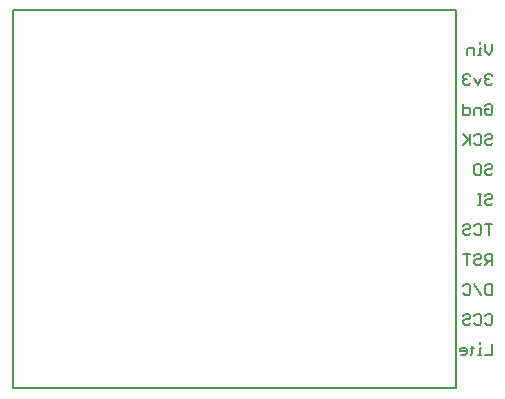
<source format=gbr>
G04 EAGLE Gerber RS-274X export*
G75*
%MOMM*%
%FSLAX34Y34*%
%LPD*%
%INSilkscreen Bottom*%
%IPPOS*%
%AMOC8*
5,1,8,0,0,1.08239X$1,22.5*%
G01*
%ADD10C,0.127000*%
%ADD11C,0.203200*%


D10*
X413385Y296553D02*
X413385Y290621D01*
X410419Y287655D01*
X407453Y290621D01*
X407453Y296553D01*
X404030Y293587D02*
X402547Y293587D01*
X402547Y287655D01*
X404030Y287655D02*
X401064Y287655D01*
X402547Y296553D02*
X402547Y298036D01*
X397793Y293587D02*
X397793Y287655D01*
X397793Y293587D02*
X393344Y293587D01*
X391861Y292104D01*
X391861Y287655D01*
X411902Y271153D02*
X413385Y269670D01*
X411902Y271153D02*
X408936Y271153D01*
X407453Y269670D01*
X407453Y268187D01*
X408936Y266704D01*
X410419Y266704D01*
X408936Y266704D02*
X407453Y265221D01*
X407453Y263738D01*
X408936Y262255D01*
X411902Y262255D01*
X413385Y263738D01*
X404030Y268187D02*
X401064Y262255D01*
X398098Y268187D01*
X394675Y269670D02*
X393192Y271153D01*
X390226Y271153D01*
X388743Y269670D01*
X388743Y268187D01*
X390226Y266704D01*
X391709Y266704D01*
X390226Y266704D02*
X388743Y265221D01*
X388743Y263738D01*
X390226Y262255D01*
X393192Y262255D01*
X394675Y263738D01*
X408936Y245753D02*
X407453Y244270D01*
X408936Y245753D02*
X411902Y245753D01*
X413385Y244270D01*
X413385Y238338D01*
X411902Y236855D01*
X408936Y236855D01*
X407453Y238338D01*
X407453Y241304D01*
X410419Y241304D01*
X404030Y242787D02*
X404030Y236855D01*
X404030Y242787D02*
X399581Y242787D01*
X398098Y241304D01*
X398098Y236855D01*
X388743Y236855D02*
X388743Y245753D01*
X388743Y236855D02*
X393192Y236855D01*
X394675Y238338D01*
X394675Y241304D01*
X393192Y242787D01*
X388743Y242787D01*
X408936Y220353D02*
X407453Y218870D01*
X408936Y220353D02*
X411902Y220353D01*
X413385Y218870D01*
X413385Y217387D01*
X411902Y215904D01*
X408936Y215904D01*
X407453Y214421D01*
X407453Y212938D01*
X408936Y211455D01*
X411902Y211455D01*
X413385Y212938D01*
X399581Y220353D02*
X398098Y218870D01*
X399581Y220353D02*
X402547Y220353D01*
X404030Y218870D01*
X404030Y212938D01*
X402547Y211455D01*
X399581Y211455D01*
X398098Y212938D01*
X394675Y211455D02*
X394675Y220353D01*
X394675Y214421D02*
X388743Y220353D01*
X393192Y215904D02*
X388743Y211455D01*
X407453Y193470D02*
X408936Y194953D01*
X411902Y194953D01*
X413385Y193470D01*
X413385Y191987D01*
X411902Y190504D01*
X408936Y190504D01*
X407453Y189021D01*
X407453Y187538D01*
X408936Y186055D01*
X411902Y186055D01*
X413385Y187538D01*
X402547Y194953D02*
X399581Y194953D01*
X402547Y194953D02*
X404030Y193470D01*
X404030Y187538D01*
X402547Y186055D01*
X399581Y186055D01*
X398098Y187538D01*
X398098Y193470D01*
X399581Y194953D01*
X408936Y169553D02*
X407453Y168070D01*
X408936Y169553D02*
X411902Y169553D01*
X413385Y168070D01*
X413385Y166587D01*
X411902Y165104D01*
X408936Y165104D01*
X407453Y163621D01*
X407453Y162138D01*
X408936Y160655D01*
X411902Y160655D01*
X413385Y162138D01*
X404030Y160655D02*
X401064Y160655D01*
X402547Y160655D02*
X402547Y169553D01*
X404030Y169553D02*
X401064Y169553D01*
X410419Y144153D02*
X410419Y135255D01*
X413385Y144153D02*
X407453Y144153D01*
X399581Y144153D02*
X398098Y142670D01*
X399581Y144153D02*
X402547Y144153D01*
X404030Y142670D01*
X404030Y136738D01*
X402547Y135255D01*
X399581Y135255D01*
X398098Y136738D01*
X390226Y144153D02*
X388743Y142670D01*
X390226Y144153D02*
X393192Y144153D01*
X394675Y142670D01*
X394675Y141187D01*
X393192Y139704D01*
X390226Y139704D01*
X388743Y138221D01*
X388743Y136738D01*
X390226Y135255D01*
X393192Y135255D01*
X394675Y136738D01*
X413385Y118753D02*
X413385Y109855D01*
X413385Y118753D02*
X408936Y118753D01*
X407453Y117270D01*
X407453Y114304D01*
X408936Y112821D01*
X413385Y112821D01*
X410419Y112821D02*
X407453Y109855D01*
X399581Y118753D02*
X398098Y117270D01*
X399581Y118753D02*
X402547Y118753D01*
X404030Y117270D01*
X404030Y115787D01*
X402547Y114304D01*
X399581Y114304D01*
X398098Y112821D01*
X398098Y111338D01*
X399581Y109855D01*
X402547Y109855D01*
X404030Y111338D01*
X391709Y109855D02*
X391709Y118753D01*
X394675Y118753D02*
X388743Y118753D01*
X413385Y93353D02*
X413385Y84455D01*
X408936Y84455D01*
X407453Y85938D01*
X407453Y91870D01*
X408936Y93353D01*
X413385Y93353D01*
X404030Y84455D02*
X398098Y93353D01*
X390226Y93353D02*
X388743Y91870D01*
X390226Y93353D02*
X393192Y93353D01*
X394675Y91870D01*
X394675Y85938D01*
X393192Y84455D01*
X390226Y84455D01*
X388743Y85938D01*
X407453Y66470D02*
X408936Y67953D01*
X411902Y67953D01*
X413385Y66470D01*
X413385Y60538D01*
X411902Y59055D01*
X408936Y59055D01*
X407453Y60538D01*
X399581Y67953D02*
X398098Y66470D01*
X399581Y67953D02*
X402547Y67953D01*
X404030Y66470D01*
X404030Y60538D01*
X402547Y59055D01*
X399581Y59055D01*
X398098Y60538D01*
X390226Y67953D02*
X388743Y66470D01*
X390226Y67953D02*
X393192Y67953D01*
X394675Y66470D01*
X394675Y64987D01*
X393192Y63504D01*
X390226Y63504D01*
X388743Y62021D01*
X388743Y60538D01*
X390226Y59055D01*
X393192Y59055D01*
X394675Y60538D01*
X413385Y42553D02*
X413385Y33655D01*
X407453Y33655D01*
X404030Y39587D02*
X402547Y39587D01*
X402547Y33655D01*
X404030Y33655D02*
X401064Y33655D01*
X402547Y42553D02*
X402547Y44036D01*
X396310Y41070D02*
X396310Y35138D01*
X394827Y33655D01*
X394827Y39587D02*
X397793Y39587D01*
X390073Y33655D02*
X387107Y33655D01*
X390073Y33655D02*
X391556Y35138D01*
X391556Y38104D01*
X390073Y39587D01*
X387107Y39587D01*
X385625Y38104D01*
X385625Y36621D01*
X391556Y36621D01*
D11*
X382270Y5080D02*
X382270Y325120D01*
X7620Y325120D01*
X7620Y5080D01*
X382270Y5080D01*
M02*

</source>
